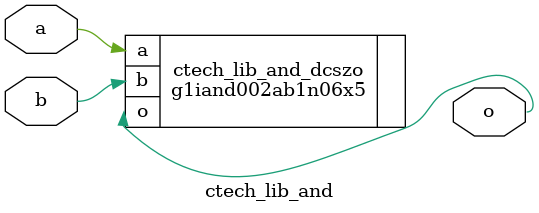
<source format=sv>

module ctech_lib_and (
   input logic a,
   input logic b,
   output logic o );

   g1iand002ab1n06x5 ctech_lib_and_dcszo (.a(a), .b(b), .o(o));

endmodule // ctech_lib_and

</source>
